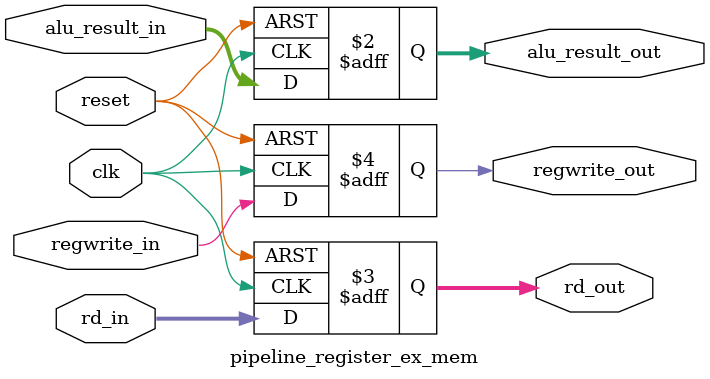
<source format=v>
module pipeline_register_ex_mem (
    input clk, reset,
    input [31:0] alu_result_in,
    input [4:0] rd_in,
    input regwrite_in,

    output reg [31:0] alu_result_out,
    output reg [4:0] rd_out,
    output reg regwrite_out
);

    always @(posedge clk or posedge reset) begin
        if (reset) begin
            alu_result_out <= 0; rd_out <= 0; regwrite_out <= 0;
        end else begin
            alu_result_out <= alu_result_in;
            rd_out <= rd_in;
            regwrite_out <= regwrite_in;
        end
    end

endmodule

</source>
